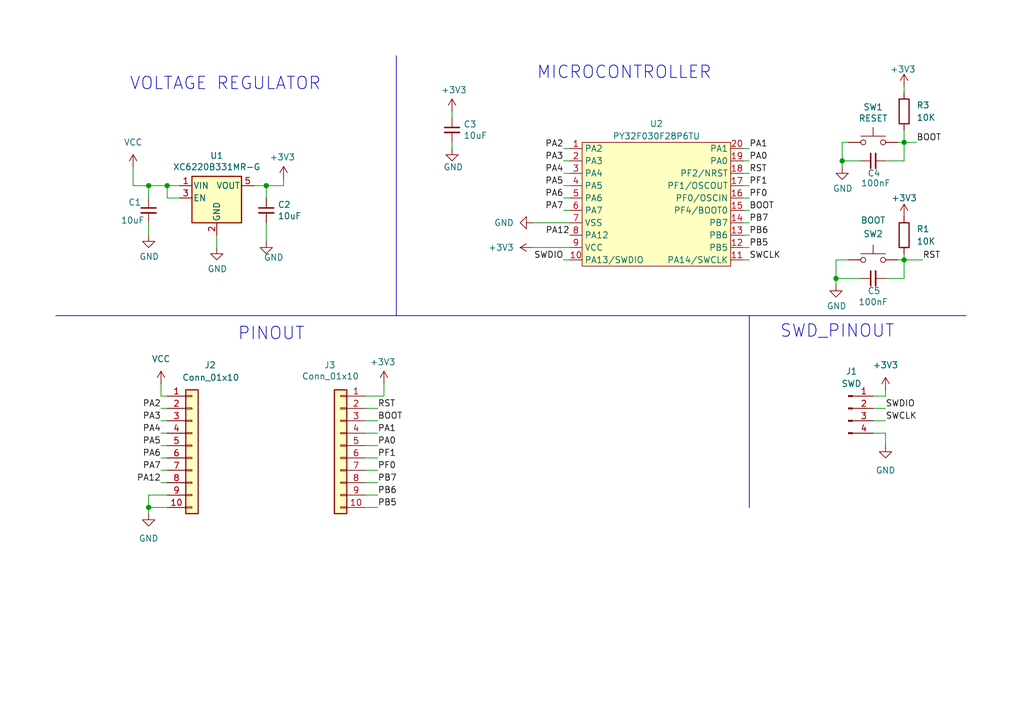
<source format=kicad_sch>
(kicad_sch (version 20231120) (generator "eeschema") (generator_version "8.0")
  (paper "A5")
  (lib_symbols
    (symbol "Connector:Conn_01x04_Pin" (pin_names (offset 1.016) hide)
      (property "Reference" "J" (at 0 5.08 0))
      (property "Value" "Conn_01x04_Pin" (at 0 -7.62 0))
      (symbol "Conn_01x04_Pin_1_1"
        (polyline (pts (xy 1.27 -5.08) (xy 0.8636 -5.08)) (stroke (width 0.1524)))
        (polyline (pts (xy 1.27 -2.54) (xy 0.8636 -2.54)) (stroke (width 0.1524)))
        (polyline (pts (xy 1.27 0) (xy 0.8636 0)) (stroke (width 0.1524)))
        (polyline (pts (xy 1.27 2.54) (xy 0.8636 2.54)) (stroke (width 0.1524)))
        (rectangle (start 0.8636 -4.953) (end 0 -5.207) (stroke (width 0.1524)) (fill (type outline)))
        (rectangle (start 0.8636 -2.413) (end 0 -2.667) (stroke (width 0.1524)) (fill (type outline)))
        (rectangle (start 0.8636 0.127) (end 0 -0.127) (stroke (width 0.1524)) (fill (type outline)))
        (rectangle (start 0.8636 2.667) (end 0 2.413) (stroke (width 0.1524)) (fill (type outline)))
        (pin passive line (at 5.08 2.54 180) (length 3.81) (name "Pin_1") (number "1"))
        (pin passive line (at 5.08 0 180) (length 3.81) (name "Pin_2") (number "2"))
        (pin passive line (at 5.08 -2.54 180) (length 3.81) (name "Pin_3") (number "3"))
        (pin passive line (at 5.08 -5.08 180) (length 3.81) (name "Pin_4") (number "4"))
      )
    )
    (symbol "Connector_Generic:Conn_01x10" (pin_names (offset 1.016) hide)
      (property "Reference" "J" (at 0 12.7 0))
      (property "Value" "Conn_01x10" (at 0 -15.24 0))
      (symbol "Conn_01x10_1_1"
        (rectangle (start -1.27 -12.573) (end 0 -12.827) (stroke (width 0.1524)))
        (rectangle (start -1.27 -10.033) (end 0 -10.287) (stroke (width 0.1524)))
        (rectangle (start -1.27 -7.493) (end 0 -7.747) (stroke (width 0.1524)))
        (rectangle (start -1.27 -4.953) (end 0 -5.207) (stroke (width 0.1524)))
        (rectangle (start -1.27 -2.413) (end 0 -2.667) (stroke (width 0.1524)))
        (rectangle (start -1.27 0.127) (end 0 -0.127) (stroke (width 0.1524)))
        (rectangle (start -1.27 2.667) (end 0 2.413) (stroke (width 0.1524)))
        (rectangle (start -1.27 5.207) (end 0 4.953) (stroke (width 0.1524)))
        (rectangle (start -1.27 7.747) (end 0 7.493) (stroke (width 0.1524)))
        (rectangle (start -1.27 10.287) (end 0 10.033) (stroke (width 0.1524)))
        (rectangle (start -1.27 11.43) (end 1.27 -13.97) (stroke (width 0.254)) (fill (type background)))
        (pin passive line (at -5.08 10.16 0) (length 3.81) (name "Pin_1") (number "1"))
        (pin passive line (at -5.08 -12.7 0) (length 3.81) (name "Pin_10") (number "10"))
        (pin passive line (at -5.08 7.62 0) (length 3.81) (name "Pin_2") (number "2"))
        (pin passive line (at -5.08 5.08 0) (length 3.81) (name "Pin_3") (number "3"))
        (pin passive line (at -5.08 2.54 0) (length 3.81) (name "Pin_4") (number "4"))
        (pin passive line (at -5.08 0 0) (length 3.81) (name "Pin_5") (number "5"))
        (pin passive line (at -5.08 -2.54 0) (length 3.81) (name "Pin_6") (number "6"))
        (pin passive line (at -5.08 -5.08 0) (length 3.81) (name "Pin_7") (number "7"))
        (pin passive line (at -5.08 -7.62 0) (length 3.81) (name "Pin_8") (number "8"))
        (pin passive line (at -5.08 -10.16 0) (length 3.81) (name "Pin_9") (number "9"))
      )
    )
    (symbol "Device:C_Small" (pin_numbers hide) (pin_names (offset 0.254) hide)
      (property "Reference" "C" (at 0.254 1.778 0))
      (property "Value" "C_Small" (at 0.254 -2.032 0))
      (symbol "C_Small_0_1"
        (polyline (pts (xy -1.524 -0.508) (xy 1.524 -0.508)) (stroke (width 0.3302)))
        (polyline (pts (xy -1.524 0.508) (xy 1.524 0.508)) (stroke (width 0.3048)))
      )
      (symbol "C_Small_1_1"
        (pin passive line (at 0 2.54 270) (length 2.032) (name "~") (number "1"))
        (pin passive line (at 0 -2.54 90) (length 2.032) (name "~") (number "2"))
      )
    )
    (symbol "Device:R" (pin_numbers hide) (pin_names (offset 0))
      (property "Reference" "R" (at 2.032 0 90))
      (property "Value" "R" (at 0 0 90))
      (symbol "R_0_1"
        (rectangle (start -1.016 -2.54) (end 1.016 2.54) (stroke (width 0.254)))
      )
      (symbol "R_1_1"
        (pin passive line (at 0 3.81 270) (length 1.27) (name "~") (number "1"))
        (pin passive line (at 0 -3.81 90) (length 1.27) (name "~") (number "2"))
      )
    )
    (symbol "HunterCat-NFC-rescue:AP2112K-3.3-Regulator_Linear" (pin_names (offset 0.254))
      (property "Reference" "U" (at -5.08 5.715 0))
      (property "Value" "AP2112K-3.3-Regulator_Linear" (at 0 5.715 0))
      (symbol "AP2112K-3.3-Regulator_Linear_0_1"
        (rectangle (start -5.08 4.445) (end 5.08 -5.08) (stroke (width 0.254)) (fill (type background)))
      )
      (symbol "AP2112K-3.3-Regulator_Linear_1_1"
        (pin power_in line (at -7.62 2.54 0) (length 2.54) (name "VIN") (number "1"))
        (pin power_in line (at 0 -7.62 90) (length 2.54) (name "GND") (number "2"))
        (pin input line (at -7.62 0 0) (length 2.54) (name "EN") (number "3"))
        (pin no_connect line (at 7.62 0 180) (length 2.54) hide (name "NC") (number "4"))
        (pin power_out line (at 7.62 2.54 180) (length 2.54) (name "VOUT") (number "5"))
      )
    )
    (symbol "Switch:SW_Push" (pin_numbers hide) (pin_names (offset 1.016) hide)
      (property "Reference" "SW" (at 1.27 2.54 0))
      (property "Value" "SW_Push" (at 0 -1.524 0))
      (symbol "SW_Push_0_1"
        (circle (center -2.032 0) (radius 0.508))
        (polyline (pts (xy 0 1.27) (xy 0 3.048)))
        (polyline (pts (xy 2.54 1.27) (xy -2.54 1.27)))
        (circle (center 2.032 0) (radius 0.508))
        (pin passive line (at -5.08 0 0) (length 2.54) (name "1") (number "1"))
        (pin passive line (at 5.08 0 180) (length 2.54) (name "2") (number "2"))
      )
    )
    (symbol "Symbols:PY32F030F28P6TU"
      (property "Reference" "U" (at 0 16.256 0))
      (symbol "PY32F030F28P6TU_1_1"
        (rectangle (start -15.24 12.7) (end 15.24 -12.7) (fill (type background)))
        (pin bidirectional line (at -17.78 11.43 0) (length 2.54) (name "PA2") (number "1"))
        (pin bidirectional line (at -17.78 -11.43 0) (length 2.54) (name "PA13/SWDIO") (number "10"))
        (pin bidirectional line (at 17.78 -11.43 180) (length 2.54) (name "PA14/SWCLK") (number "11"))
        (pin bidirectional line (at 17.78 -8.89 180) (length 2.54) (name "PB5") (number "12"))
        (pin bidirectional line (at 17.78 -6.35 180) (length 2.54) (name "PB6") (number "13"))
        (pin bidirectional line (at 17.78 -3.81 180) (length 2.54) (name "PB7") (number "14"))
        (pin bidirectional line (at 17.78 -1.27 180) (length 2.54) (name "PF4/BOOT0") (number "15"))
        (pin bidirectional line (at 17.78 1.27 180) (length 2.54) (name "PF0/OSCIN") (number "16"))
        (pin bidirectional line (at 17.78 3.81 180) (length 2.54) (name "PF1/OSCOUT") (number "17"))
        (pin bidirectional line (at 17.78 6.35 180) (length 2.54) (name "PF2/NRST") (number "18"))
        (pin bidirectional line (at 17.78 8.89 180) (length 2.54) (name "PA0") (number "19"))
        (pin bidirectional line (at -17.78 8.89 0) (length 2.54) (name "PA3") (number "2"))
        (pin bidirectional line (at 17.78 11.43 180) (length 2.54) (name "PA1") (number "20"))
        (pin bidirectional line (at -17.78 6.35 0) (length 2.54) (name "PA4") (number "3"))
        (pin bidirectional line (at -17.78 3.81 0) (length 2.54) (name "PA5") (number "4"))
        (pin bidirectional line (at -17.78 1.27 0) (length 2.54) (name "PA6") (number "5"))
        (pin bidirectional line (at -17.78 -1.27 0) (length 2.54) (name "PA7") (number "6"))
        (pin bidirectional line (at -17.78 -3.81 0) (length 2.54) (name "VSS") (number "7"))
        (pin bidirectional line (at -17.78 -6.35 0) (length 2.54) (name "PA12") (number "8"))
        (pin bidirectional line (at -17.78 -8.89 0) (length 2.54) (name "VCC") (number "9"))
      )
    )
    (symbol "power:+3V3" (power) (pin_numbers hide) (pin_names (offset 0) hide)
      (property "Value" "+3V3" (at 0 3.556 0))
      (symbol "+3V3_0_1"
        (polyline (pts (xy -0.762 1.27) (xy 0 2.54)))
        (polyline (pts (xy 0 0) (xy 0 2.54)))
        (polyline (pts (xy 0 2.54) (xy 0.762 1.27)))
      )
      (symbol "+3V3_1_1"
        (pin power_in line (at 0 0 90) (length 0) (name "~") (number "1"))
      )
    )
    (symbol "power:GND" (power) (pin_numbers hide) (pin_names (offset 0) hide)
      (property "Value" "GND" (at 0 -3.81 0))
      (symbol "GND_0_1"
        (polyline (pts (xy 0 0) (xy 0 -1.27) (xy 1.27 -1.27) (xy 0 -2.54) (xy -1.27 -1.27) (xy 0 -1.27)))
      )
      (symbol "GND_1_1"
        (pin power_in line (at 0 0 270) (length 0) (name "~") (number "1"))
      )
    )
    (symbol "power:VCC" (power) (pin_numbers hide) (pin_names (offset 0) hide)
      (property "Value" "VCC" (at 0 3.556 0))
      (symbol "VCC_0_1"
        (polyline (pts (xy -0.762 1.27) (xy 0 2.54)))
        (polyline (pts (xy 0 0) (xy 0 2.54)))
        (polyline (pts (xy 0 2.54) (xy 0.762 1.27)))
      )
      (symbol "VCC_1_1"
        (pin power_in line (at 0 0 90) (length 0) (name "~") (number "1"))
      )
    )
  )
  (junction (at 30.48 38.1))
  (junction (at 30.48 104.14))
  (junction (at 185.42 53.34))
  (junction (at 34.29 38.1))
  (junction (at 54.61 38.1))
  (junction (at 185.42 29.21))
  (junction (at 172.72 33.02))
  (junction (at 171.45 57.15))
  (wire (pts (xy 181.61 33.02) (xy 185.42 33.02)))
  (wire (pts (xy 152.4 48.26) (xy 153.67 48.26)))
  (wire (pts (xy 172.72 29.21) (xy 172.72 33.02)))
  (wire (pts (xy 115.57 43.18) (xy 116.84 43.18)))
  (wire (pts (xy 115.57 30.48) (xy 116.84 30.48)))
  (wire (pts (xy 115.57 35.56) (xy 116.84 35.56)))
  (wire (pts (xy 58.166 38.1) (xy 58.166 36.703)))
  (wire (pts (xy 33.02 91.44) (xy 34.29 91.44)))
  (wire (pts (xy 152.4 53.34) (xy 153.67 53.34)))
  (wire (pts (xy 74.93 96.52) (xy 77.47 96.52)))
  (wire (pts (xy 33.02 96.52) (xy 34.29 96.52)))
  (wire (pts (xy 153.67 33.02) (xy 152.4 33.02)))
  (wire (pts (xy 185.42 57.15) (xy 185.42 53.34)))
  (wire (pts (xy 173.99 29.21) (xy 172.72 29.21)))
  (wire (pts (xy 115.57 33.02) (xy 116.84 33.02)))
  (wire (pts (xy 34.29 40.64) (xy 34.29 38.1)))
  (wire (pts (xy 78.74 78.74) (xy 78.74 81.28)))
  (wire (pts (xy 44.45 48.26) (xy 44.45 50.8)))
  (wire (pts (xy 33.02 93.98) (xy 34.29 93.98)))
  (wire (pts (xy 179.07 86.36) (xy 181.61 86.36)))
  (wire (pts (xy 74.93 88.9) (xy 77.47 88.9)))
  (wire (pts (xy 153.67 38.1) (xy 152.4 38.1)))
  (wire (pts (xy 54.61 38.1) (xy 58.166 38.1)))
  (polyline (pts (xy 11.43 64.77) (xy 81.28 64.77)))
  (wire (pts (xy 115.57 53.34) (xy 116.84 53.34)))
  (wire (pts (xy 181.61 88.9) (xy 181.61 91.44)))
  (wire (pts (xy 92.71 22.86) (xy 92.71 24.13)))
  (wire (pts (xy 153.67 30.48) (xy 152.4 30.48)))
  (wire (pts (xy 171.45 53.34) (xy 171.45 57.15)))
  (wire (pts (xy 33.02 88.9) (xy 34.29 88.9)))
  (wire (pts (xy 153.67 40.64) (xy 152.4 40.64)))
  (wire (pts (xy 33.02 83.82) (xy 34.29 83.82)))
  (wire (pts (xy 109.22 50.8) (xy 116.84 50.8)))
  (wire (pts (xy 30.48 104.14) (xy 34.29 104.14)))
  (wire (pts (xy 171.45 57.15) (xy 176.53 57.15)))
  (wire (pts (xy 74.93 86.36) (xy 77.47 86.36)))
  (wire (pts (xy 171.45 58.42) (xy 171.45 57.15)))
  (wire (pts (xy 185.42 29.21) (xy 187.96 29.21)))
  (wire (pts (xy 30.48 105.41) (xy 30.48 104.14)))
  (wire (pts (xy 172.72 33.02) (xy 176.53 33.02)))
  (wire (pts (xy 74.93 104.14) (xy 77.47 104.14)))
  (wire (pts (xy 181.61 81.28) (xy 179.07 81.28)))
  (wire (pts (xy 78.74 81.28) (xy 74.93 81.28)))
  (wire (pts (xy 181.61 57.15) (xy 185.42 57.15)))
  (polyline (pts (xy 81.28 64.77) (xy 198.12 64.77)))
  (wire (pts (xy 153.67 35.56) (xy 152.4 35.56)))
  (wire (pts (xy 30.48 45.72) (xy 30.48 48.26)))
  (wire (pts (xy 185.42 53.34) (xy 184.15 53.34)))
  (wire (pts (xy 115.57 38.1) (xy 116.84 38.1)))
  (wire (pts (xy 185.42 53.34) (xy 189.23 53.34)))
  (wire (pts (xy 30.48 104.14) (xy 30.48 101.6)))
  (wire (pts (xy 173.99 53.34) (xy 171.45 53.34)))
  (wire (pts (xy 27.305 38.1) (xy 30.48 38.1)))
  (wire (pts (xy 74.93 101.6) (xy 77.47 101.6)))
  (wire (pts (xy 33.02 81.28) (xy 34.29 81.28)))
  (wire (pts (xy 74.93 83.82) (xy 77.47 83.82)))
  (wire (pts (xy 115.57 40.64) (xy 116.84 40.64)))
  (wire (pts (xy 54.61 45.72) (xy 54.61 49.53)))
  (wire (pts (xy 179.07 83.82) (xy 181.61 83.82)))
  (wire (pts (xy 34.29 38.1) (xy 36.83 38.1)))
  (wire (pts (xy 34.29 40.64) (xy 36.83 40.64)))
  (polyline (pts (xy 81.28 11.43) (xy 81.28 64.77)))
  (wire (pts (xy 185.42 33.02) (xy 185.42 29.21)))
  (wire (pts (xy 52.07 38.1) (xy 54.61 38.1)))
  (wire (pts (xy 74.93 93.98) (xy 77.47 93.98)))
  (wire (pts (xy 74.93 99.06) (xy 77.47 99.06)))
  (wire (pts (xy 181.61 80.01) (xy 181.61 81.28)))
  (polyline (pts (xy 153.67 64.77) (xy 153.67 104.14)))
  (wire (pts (xy 30.48 38.1) (xy 34.29 38.1)))
  (wire (pts (xy 92.71 30.48) (xy 92.71 29.21)))
  (wire (pts (xy 109.22 45.72) (xy 116.84 45.72)))
  (wire (pts (xy 152.4 50.8) (xy 153.67 50.8)))
  (wire (pts (xy 54.61 40.64) (xy 54.61 38.1)))
  (wire (pts (xy 172.72 34.29) (xy 172.72 33.02)))
  (wire (pts (xy 33.02 86.36) (xy 34.29 86.36)))
  (wire (pts (xy 27.305 34.29) (xy 27.305 38.1)))
  (wire (pts (xy 74.93 91.44) (xy 77.47 91.44)))
  (wire (pts (xy 33.02 78.74) (xy 33.02 81.28)))
  (wire (pts (xy 33.02 99.06) (xy 34.29 99.06)))
  (wire (pts (xy 185.42 26.67) (xy 185.42 29.21)))
  (wire (pts (xy 30.48 101.6) (xy 34.29 101.6)))
  (wire (pts (xy 185.42 29.21) (xy 184.15 29.21)))
  (wire (pts (xy 185.42 17.78) (xy 185.42 19.05)))
  (wire (pts (xy 30.48 40.64) (xy 30.48 38.1)))
  (wire (pts (xy 153.67 45.72) (xy 152.4 45.72)))
  (wire (pts (xy 153.67 43.18) (xy 152.4 43.18)))
  (wire (pts (xy 185.42 52.07) (xy 185.42 53.34)))
  (wire (pts (xy 179.07 88.9) (xy 181.61 88.9)))
  (text "PINOUT" (at 55.626 68.58 0) (effects (font (size 2.54 2.54))))
  (text "SWD_PINOUT\n" (at 171.704 68.072 0) (effects (font (size 2.54 2.54))))
  (text "MICROCONTROLLER" (at 128.016 14.986 0) (effects (font (size 2.54 2.54))))
  (text "VOLTAGE REGULATOR" (at 46.228 17.272 0) (effects (font (size 2.54 2.54))))
  (label "PA1" (at 153.67 30.48 0))
  (label "RST" (at 153.67 35.56 0))
  (label "RST" (at 189.23 53.34 0))
  (label "RST" (at 77.47 83.82 0))
  (label "SWCLK" (at 181.61 86.36 0))
  (label "PA1" (at 77.47 88.9 0))
  (label "PA2" (at 33.02 83.82 180))
  (label "PA5" (at 115.57 38.1 180))
  (label "PA4" (at 115.57 35.56 180))
  (label "SWCLK" (at 153.67 53.34 0))
  (label "PF1" (at 77.47 93.98 0))
  (label "SWDIO" (at 115.57 53.34 180))
  (label "PB7" (at 153.67 45.72 0))
  (label "PF0" (at 153.67 40.64 0))
  (label "PA6" (at 115.57 40.64 180))
  (label "PB5" (at 153.67 50.8 0))
  (label "PA3" (at 115.57 33.02 180))
  (label "PB6" (at 77.47 101.6 0))
  (label "BOOT" (at 153.67 43.18 0))
  (label "PA0" (at 153.67 33.02 0))
  (label "PA12" (at 116.84 48.26 180))
  (label "PA6" (at 33.02 93.98 180))
  (label "PA7" (at 33.02 96.52 180))
  (label "PA0" (at 77.47 91.44 0))
  (label "PA7" (at 115.57 43.18 180))
  (label "PB6" (at 153.67 48.26 0))
  (label "PA12" (at 33.02 99.06 180))
  (label "PA3" (at 33.02 86.36 180))
  (label "PA4" (at 33.02 88.9 180))
  (label "PA2" (at 115.57 30.48 180))
  (label "SWDIO" (at 181.61 83.82 0))
  (label "PF1" (at 153.67 38.1 0))
  (label "PB7" (at 77.47 99.06 0))
  (label "PF0" (at 77.47 96.52 0))
  (label "BOOT" (at 187.96 29.21 0))
  (label "BOOT" (at 77.47 86.36 0))
  (label "PA5" (at 33.02 91.44 180))
  (label "PB5" (at 77.47 104.14 0))
  (symbol (lib_id "power:GND") (at 30.48 48.26 0) (unit 1)
    (property "Reference" "#PWR03" (effects (hide yes)))
    (property "Value" "GND" (at 30.607 52.6542 0))
  )
  (symbol (lib_id "power:+3V3") (at 185.42 17.78 0) (unit 1)
    (property "Reference" "#PWR012" (effects (hide yes)))
    (property "Value" "+3V3" (at 185.166 14.224 0))
    (property "Description" "Power symbol creates a global label with name \"+3V3\"" (effects (hide yes)))
  )
  (symbol (lib_id "Device:C_Small") (at 179.07 57.15 90) (unit 1)
    (property "Reference" "C5" (at 180.594 59.69 90) (effects (justify left)))
    (property "Value" "100nF" (at 182.118 61.976 90) (effects (justify left)))
    (property "Footprint" "Capacitor_SMD:C_0603_1608Metric" (effects (hide yes)))
    (property "Datasheet" "https://datasheet.lcsc.com/lcsc/1912111437_CCTC-TCC0603COG100J500CT_C376764.pdf" (effects (hide yes)))
    (property "provedor" "LCSC" (effects (hide yes)))
    (property "LCSC#" "C478888" (effects (hide yes)))
  )
  (symbol (lib_id "power:GND") (at 181.61 91.44 0) (unit 1)
    (property "Reference" "#PWR015" (effects (hide yes)))
    (property "Value" "GND" (at 181.61 96.52 0))
    (property "Description" "Power symbol creates a global label with name \"GND\" , ground" (effects (hide yes)))
  )
  (symbol (lib_id "power:GND") (at 171.45 58.42 0) (unit 1)
    (property "Reference" "#PWR011" (effects (hide yes)))
    (property "Value" "GND" (at 171.577 62.8142 0))
  )
  (symbol (lib_id "power:GND") (at 30.48 105.41 0) (unit 1)
    (property "Reference" "#PWR018" (effects (hide yes)))
    (property "Value" "GND" (at 30.48 110.49 0))
    (property "Description" "Power symbol creates a global label with name \"GND\" , ground" (effects (hide yes)))
  )
  (symbol (lib_id "power:+3V3") (at 92.71 22.86 0) (unit 1)
    (property "Reference" "#PWR08" (effects (hide yes)))
    (property "Value" "+3V3" (at 93.091 18.4658 0))
  )
  (symbol (lib_id "Connector_Generic:Conn_01x10") (at 69.85 91.44 0) (mirror y) (unit 1)
    (property "Reference" "J3" (at 68.834 74.93 0) (effects (justify left)))
    (property "Value" "Conn_01x10" (at 73.66 77.216 0) (effects (justify left)))
    (property "Footprint" "Connector_PinHeader_2.54mm:PinHeader_1x10_P2.54mm_Vertical" (effects (hide yes)))
    (property "Description" "Generic connector, single row, 01x10, script generated (kicad-library-utils/schlib/autogen/connector/)" (effects (hide yes)))
    (property "provedor" "PINES 10" (effects (hide yes)))
  )
  (symbol (lib_id "Device:R") (at 185.42 48.26 0) (unit 1)
    (property "Reference" "R1" (at 187.96 46.9899 0) (effects (justify left)))
    (property "Value" "10K" (at 187.96 49.5299 0) (effects (justify left)))
    (property "Footprint" "Resistor_SMD:R_0603_1608Metric" (effects (hide yes)))
    (property "Description" "Resistor" (effects (hide yes)))
    (property "LCSC#" "C217281" (effects (hide yes)))
    (property "provedor" "LCSC" (effects (hide yes)))
  )
  (symbol (lib_id "Connector:Conn_01x04_Pin") (at 173.99 83.82 0) (unit 1)
    (property "Reference" "J1" (at 174.625 76.2 0))
    (property "Value" "SWD" (at 174.625 78.74 0))
    (property "Footprint" "Connector_PinHeader_2.54mm:PinHeader_1x04_P2.54mm_Vertical" (effects (hide yes)))
    (property "Description" "Generic connector, single row, 01x04, script generated" (effects (hide yes)))
    (property "provedor" "PINES 4" (effects (hide yes)))
  )
  (symbol (lib_id "Switch:SW_Push") (at 179.07 29.21 0) (unit 1)
    (property "Reference" "SW1" (at 179.07 21.971 0))
    (property "Value" "RESET" (at 179.07 24.2824 0))
    (property "Footprint" "Footprints:TS1088R02026" (effects (hide yes)))
    (property "Datasheet" "https://datasheet.lcsc.com/lcsc/2205161616_E-Switch-TL3342F450QG_C2886897.pdf" (effects (hide yes)))
    (property "LCSC#" "C318889" (effects (hide yes)))
    (property "provedor" "LCSC" (effects (hide yes)))
  )
  (symbol (lib_id "power:GND") (at 54.61 49.53 0) (unit 1)
    (property "Reference" "#PWR05" (effects (hide yes)))
    (property "Value" "GND" (at 56.134 52.832 0))
  )
  (symbol (lib_id "Device:C_Small") (at 179.07 33.02 90) (unit 1)
    (property "Reference" "C4" (at 180.594 35.56 90) (effects (justify left)))
    (property "Value" "100nF" (at 182.626 37.592 90) (effects (justify left)))
    (property "Footprint" "Capacitor_SMD:C_0603_1608Metric" (effects (hide yes)))
    (property "Datasheet" "https://datasheet.lcsc.com/lcsc/1912111437_CCTC-TCC0603COG100J500CT_C376764.pdf" (effects (hide yes)))
    (property "provedor" "LCSC" (effects (hide yes)))
    (property "LCSC#" "C478888" (effects (hide yes)))
  )
  (symbol (lib_id "Connector_Generic:Conn_01x10") (at 39.37 91.44 0) (unit 1)
    (property "Reference" "J2" (at 41.91 74.93 0) (effects (justify left)))
    (property "Value" "Conn_01x10" (at 37.338 77.47 0) (effects (justify left)))
    (property "Footprint" "Connector_PinHeader_2.54mm:PinHeader_1x10_P2.54mm_Vertical" (effects (hide yes)))
    (property "Description" "Generic connector, single row, 01x10, script generated (kicad-library-utils/schlib/autogen/connector/)" (effects (hide yes)))
    (property "provedor" "PINES 10" (effects (hide yes)))
  )
  (symbol (lib_id "power:+3V3") (at 78.74 78.74 0) (unit 1)
    (property "Reference" "#PWR017" (effects (hide yes)))
    (property "Value" "+3V3" (at 78.486 74.295 0))
  )
  (symbol (lib_id "power:+3V3") (at 181.61 80.01 0) (unit 1)
    (property "Reference" "#PWR014" (effects (hide yes)))
    (property "Value" "+3V3" (at 181.61 74.93 0))
    (property "Description" "Power symbol creates a global label with name \"+3V3\"" (effects (hide yes)))
  )
  (symbol (lib_id "power:VCC") (at 33.02 78.74 0) (unit 1)
    (property "Reference" "#PWR016" (effects (hide yes)))
    (property "Value" "VCC" (at 33.02 73.66 0))
    (property "Description" "Power symbol creates a global label with name \"VCC\"" (effects (hide yes)))
  )
  (symbol (lib_id "power:+3V3") (at 109.22 50.8 90) (unit 1)
    (property "Reference" "#PWR01" (effects (hide yes)))
    (property "Value" "+3V3" (at 105.41 50.7999 90) (effects (justify left)))
    (property "Description" "Power symbol creates a global label with name \"+3V3\"" (effects (hide yes)))
  )
  (symbol (lib_id "power:GND") (at 44.45 50.8 0) (unit 1)
    (property "Reference" "#PWR04" (effects (hide yes)))
    (property "Value" "GND" (at 44.577 55.1942 0))
  )
  (symbol (lib_id "Device:R") (at 185.42 22.86 0) (unit 1)
    (property "Reference" "R3" (at 187.96 21.5899 0) (effects (justify left)))
    (property "Value" "10K" (at 187.96 24.1299 0) (effects (justify left)))
    (property "Footprint" "Resistor_SMD:R_0603_1608Metric" (effects (hide yes)))
    (property "Description" "Resistor" (effects (hide yes)))
    (property "LCSC#" "C217281" (effects (hide yes)))
    (property "provedor" "LCSC" (effects (hide yes)))
  )
  (symbol (lib_id "power:GND") (at 109.22 45.72 270) (unit 1)
    (property "Reference" "#PWR02" (effects (hide yes)))
    (property "Value" "GND" (at 105.41 45.7199 90) (effects (justify right)))
    (property "Description" "Power symbol creates a global label with name \"GND\" , ground" (effects (hide yes)))
  )
  (symbol (lib_id "Device:C_Small") (at 92.71 26.67 0) (unit 1)
    (property "Reference" "C3" (at 95.0468 25.5016 0) (effects (justify left)))
    (property "Value" "10uF" (at 95.0468 27.813 0) (effects (justify left)))
    (property "Footprint" "Capacitor_SMD:C_0603_1608Metric" (effects (hide yes)))
    (property "Datasheet" "~https://datasheet.lcsc.com/lcsc/1811021421_Samsung-Electro-Mechanics-CL10A106MP8NNNC_C85713.pdf" (effects (hide yes)))
    (property "provedor" "LCSC" (effects (hide yes)))
    (property "LCSC#" "C85713" (effects (hide yes)))
  )
  (symbol (lib_id "Switch:SW_Push") (at 179.07 53.34 0) (unit 1)
    (property "Reference" "SW2" (at 179.07 48.006 0))
    (property "Value" "BOOT" (at 179.07 45.212 0))
    (property "Footprint" "Footprints:TS1088R02026" (effects (hide yes)))
    (property "Datasheet" "https://datasheet.lcsc.com/lcsc/2205161616_E-Switch-TL3342F450QG_C2886897.pdf" (effects (hide yes)))
    (property "LCSC#" "C318889" (effects (hide yes)))
    (property "provedor" "LCSC" (effects (hide yes)))
  )
  (symbol (lib_id "power:GND") (at 172.72 34.29 0) (unit 1)
    (property "Reference" "#PWR010" (effects (hide yes)))
    (property "Value" "GND" (at 172.847 38.6842 0))
  )
  (symbol (lib_id "Device:C_Small") (at 54.61 43.18 0) (unit 1)
    (property "Reference" "C2" (at 56.9468 42.0116 0) (effects (justify left)))
    (property "Value" "10uF" (at 56.9468 44.323 0) (effects (justify left)))
    (property "Footprint" "Capacitor_SMD:C_0603_1608Metric" (effects (hide yes)))
    (property "Datasheet" "~https://datasheet.lcsc.com/lcsc/1811021421_Samsung-Electro-Mechanics-CL10A106MP8NNNC_C85713.pdf" (effects (hide yes)))
    (property "provedor" "LCSC" (effects (hide yes)))
    (property "LCSC#" "C85713" (effects (hide yes)))
  )
  (symbol (lib_id "power:GND") (at 92.71 30.48 0) (unit 1)
    (property "Reference" "#PWR09" (effects (hide yes)))
    (property "Value" "GND" (at 92.964 34.29 0))
  )
  (symbol (lib_id "Device:C_Small") (at 30.48 43.18 0) (unit 1)
    (property "Reference" "C1" (at 26.289 41.529 0) (effects (justify left)))
    (property "Value" "10uF" (at 24.765 45.212 0) (effects (justify left)))
    (property "Footprint" "Capacitor_SMD:C_0603_1608Metric" (effects (hide yes)))
    (property "Datasheet" "~https://datasheet.lcsc.com/lcsc/1811021421_Samsung-Electro-Mechanics-CL10A106MP8NNNC_C85713.pdf" (effects (hide yes)))
    (property "provedor" "LCSC" (effects (hide yes)))
    (property "LCSC#" "C85713" (effects (hide yes)))
  )
  (symbol (lib_id "power:+3V3") (at 185.42 44.45 0) (unit 1)
    (property "Reference" "#PWR013" (effects (hide yes)))
    (property "Value" "+3V3" (at 185.42 40.64 0))
    (property "Description" "Power symbol creates a global label with name \"+3V3\"" (effects (hide yes)))
  )
  (symbol (lib_id "power:VCC") (at 27.305 34.29 0) (unit 1)
    (property "Reference" "#PWR07" (effects (hide yes)))
    (property "Value" "VCC" (at 27.305 29.21 0))
    (property "Description" "Power symbol creates a global label with name \"VCC\"" (effects (hide yes)))
  )
  (symbol (lib_id "Symbols:PY32F030F28P6TU") (at 134.62 41.91 0) (unit 1)
    (property "Reference" "U2" (at 134.62 25.4 0))
    (property "Value" "PY32F030F28P6TU" (at 134.62 27.94 0))
    (property "Footprint" "Package_SO:TSSOP-20_4.4x6.5mm_P0.65mm" (effects (hide yes)))
    (property "Datasheet" "https://www.lcsc.com/datasheet/lcsc_datasheet_2205171716_PUYA-PY32F030F28P6TU_C3018716.pdf" (effects (hide yes)))
    (property "LCSC#" "C3018716" (effects (hide yes)))
    (property "provedor" "LCSC" (effects (hide yes)))
  )
  (symbol (lib_id "power:+3V3") (at 58.166 36.703 0) (unit 1)
    (property "Reference" "#PWR06" (effects (hide yes)))
    (property "Value" "+3V3" (at 57.912 32.258 0))
  )
  (symbol (lib_id "HunterCat-NFC-rescue:AP2112K-3.3-Regulator_Linear") (at 44.45 40.64 0) (unit 1)
    (property "Reference" "U1" (at 44.45 31.9532 0))
    (property "Value" "XC6220B331MR-G" (at 44.45 34.2646 0))
    (property "Footprint" "Package_TO_SOT_SMD:SOT-23-5" (effects (hide yes)))
    (property "Datasheet" "https://www.diodes.com/assets/Datasheets/AP2112.pdf" (effects (hide yes)))
    (property "manf#" "XC6220B331MR-G " (effects (hide yes)))
    (property "provedor" "LCSC" (effects (hide yes)))
    (property "LCSC#" "C86534" (effects (hide yes)))
  )
)
</source>
